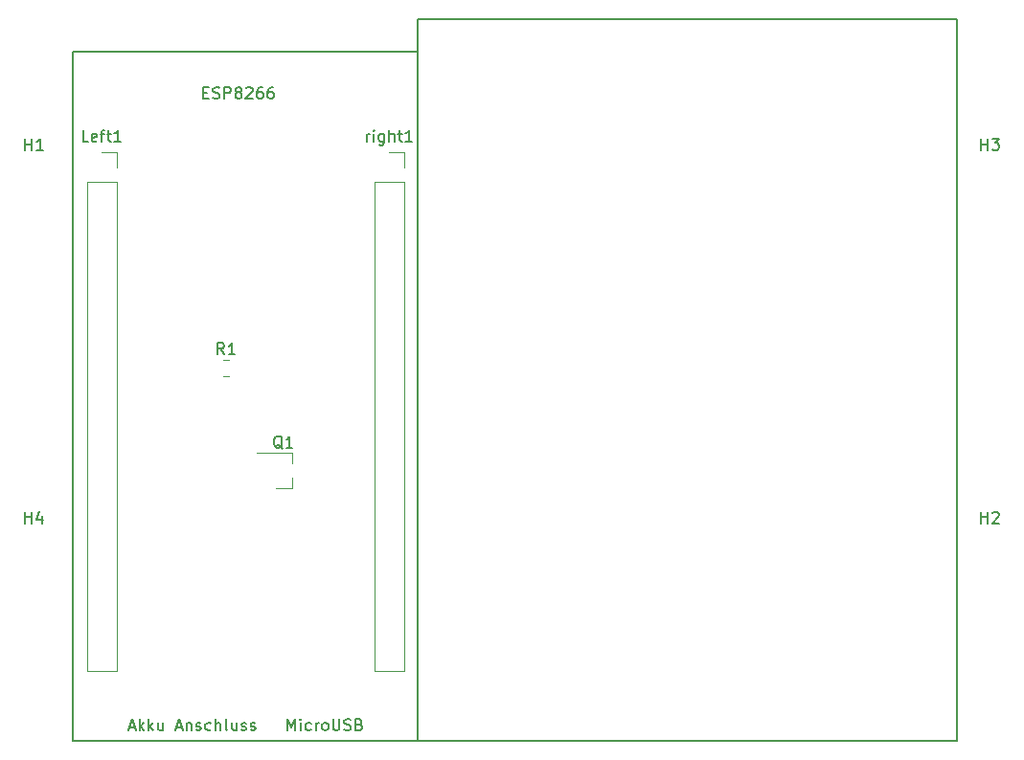
<source format=gbr>
G04 #@! TF.GenerationSoftware,KiCad,Pcbnew,(5.1.5)-3*
G04 #@! TF.CreationDate,2020-06-17T14:59:32+02:00*
G04 #@! TF.ProjectId,Tuerschild,54756572-7363-4686-996c-642e6b696361,rev?*
G04 #@! TF.SameCoordinates,Original*
G04 #@! TF.FileFunction,Legend,Top*
G04 #@! TF.FilePolarity,Positive*
%FSLAX46Y46*%
G04 Gerber Fmt 4.6, Leading zero omitted, Abs format (unit mm)*
G04 Created by KiCad (PCBNEW (5.1.5)-3) date 2020-06-17 14:59:32*
%MOMM*%
%LPD*%
G04 APERTURE LIST*
%ADD10C,0.150000*%
%ADD11C,0.120000*%
G04 APERTURE END LIST*
D10*
X195580000Y-125095000D02*
X195580000Y-125476000D01*
X117475000Y-125349000D02*
X117475000Y-125730000D01*
X147955000Y-125349000D02*
X147955000Y-125730000D01*
X147955000Y-61849000D02*
X147955000Y-64770000D01*
X195580000Y-61849000D02*
X195580000Y-64897000D01*
X195580000Y-125730000D02*
X195580000Y-125476000D01*
X195580000Y-125730000D02*
X147955000Y-125730000D01*
X195580000Y-64770000D02*
X195580000Y-125095000D01*
X147955000Y-61849000D02*
X195580000Y-61849000D01*
X122444571Y-124499666D02*
X122920761Y-124499666D01*
X122349333Y-124785380D02*
X122682666Y-123785380D01*
X123016000Y-124785380D01*
X123349333Y-124785380D02*
X123349333Y-123785380D01*
X123444571Y-124404428D02*
X123730285Y-124785380D01*
X123730285Y-124118714D02*
X123349333Y-124499666D01*
X124158857Y-124785380D02*
X124158857Y-123785380D01*
X124254095Y-124404428D02*
X124539809Y-124785380D01*
X124539809Y-124118714D02*
X124158857Y-124499666D01*
X125396952Y-124118714D02*
X125396952Y-124785380D01*
X124968380Y-124118714D02*
X124968380Y-124642523D01*
X125016000Y-124737761D01*
X125111238Y-124785380D01*
X125254095Y-124785380D01*
X125349333Y-124737761D01*
X125396952Y-124690142D01*
X126587428Y-124499666D02*
X127063619Y-124499666D01*
X126492190Y-124785380D02*
X126825523Y-123785380D01*
X127158857Y-124785380D01*
X127492190Y-124118714D02*
X127492190Y-124785380D01*
X127492190Y-124213952D02*
X127539809Y-124166333D01*
X127635047Y-124118714D01*
X127777904Y-124118714D01*
X127873142Y-124166333D01*
X127920761Y-124261571D01*
X127920761Y-124785380D01*
X128349333Y-124737761D02*
X128444571Y-124785380D01*
X128635047Y-124785380D01*
X128730285Y-124737761D01*
X128777904Y-124642523D01*
X128777904Y-124594904D01*
X128730285Y-124499666D01*
X128635047Y-124452047D01*
X128492190Y-124452047D01*
X128396952Y-124404428D01*
X128349333Y-124309190D01*
X128349333Y-124261571D01*
X128396952Y-124166333D01*
X128492190Y-124118714D01*
X128635047Y-124118714D01*
X128730285Y-124166333D01*
X129635047Y-124737761D02*
X129539809Y-124785380D01*
X129349333Y-124785380D01*
X129254095Y-124737761D01*
X129206476Y-124690142D01*
X129158857Y-124594904D01*
X129158857Y-124309190D01*
X129206476Y-124213952D01*
X129254095Y-124166333D01*
X129349333Y-124118714D01*
X129539809Y-124118714D01*
X129635047Y-124166333D01*
X130063619Y-124785380D02*
X130063619Y-123785380D01*
X130492190Y-124785380D02*
X130492190Y-124261571D01*
X130444571Y-124166333D01*
X130349333Y-124118714D01*
X130206476Y-124118714D01*
X130111238Y-124166333D01*
X130063619Y-124213952D01*
X131111238Y-124785380D02*
X131016000Y-124737761D01*
X130968380Y-124642523D01*
X130968380Y-123785380D01*
X131920761Y-124118714D02*
X131920761Y-124785380D01*
X131492190Y-124118714D02*
X131492190Y-124642523D01*
X131539809Y-124737761D01*
X131635047Y-124785380D01*
X131777904Y-124785380D01*
X131873142Y-124737761D01*
X131920761Y-124690142D01*
X132349333Y-124737761D02*
X132444571Y-124785380D01*
X132635047Y-124785380D01*
X132730285Y-124737761D01*
X132777904Y-124642523D01*
X132777904Y-124594904D01*
X132730285Y-124499666D01*
X132635047Y-124452047D01*
X132492190Y-124452047D01*
X132396952Y-124404428D01*
X132349333Y-124309190D01*
X132349333Y-124261571D01*
X132396952Y-124166333D01*
X132492190Y-124118714D01*
X132635047Y-124118714D01*
X132730285Y-124166333D01*
X133158857Y-124737761D02*
X133254095Y-124785380D01*
X133444571Y-124785380D01*
X133539809Y-124737761D01*
X133587428Y-124642523D01*
X133587428Y-124594904D01*
X133539809Y-124499666D01*
X133444571Y-124452047D01*
X133301714Y-124452047D01*
X133206476Y-124404428D01*
X133158857Y-124309190D01*
X133158857Y-124261571D01*
X133206476Y-124166333D01*
X133301714Y-124118714D01*
X133444571Y-124118714D01*
X133539809Y-124166333D01*
X136438095Y-124785380D02*
X136438095Y-123785380D01*
X136771428Y-124499666D01*
X137104761Y-123785380D01*
X137104761Y-124785380D01*
X137580952Y-124785380D02*
X137580952Y-124118714D01*
X137580952Y-123785380D02*
X137533333Y-123833000D01*
X137580952Y-123880619D01*
X137628571Y-123833000D01*
X137580952Y-123785380D01*
X137580952Y-123880619D01*
X138485714Y-124737761D02*
X138390476Y-124785380D01*
X138200000Y-124785380D01*
X138104761Y-124737761D01*
X138057142Y-124690142D01*
X138009523Y-124594904D01*
X138009523Y-124309190D01*
X138057142Y-124213952D01*
X138104761Y-124166333D01*
X138200000Y-124118714D01*
X138390476Y-124118714D01*
X138485714Y-124166333D01*
X138914285Y-124785380D02*
X138914285Y-124118714D01*
X138914285Y-124309190D02*
X138961904Y-124213952D01*
X139009523Y-124166333D01*
X139104761Y-124118714D01*
X139200000Y-124118714D01*
X139676190Y-124785380D02*
X139580952Y-124737761D01*
X139533333Y-124690142D01*
X139485714Y-124594904D01*
X139485714Y-124309190D01*
X139533333Y-124213952D01*
X139580952Y-124166333D01*
X139676190Y-124118714D01*
X139819047Y-124118714D01*
X139914285Y-124166333D01*
X139961904Y-124213952D01*
X140009523Y-124309190D01*
X140009523Y-124594904D01*
X139961904Y-124690142D01*
X139914285Y-124737761D01*
X139819047Y-124785380D01*
X139676190Y-124785380D01*
X140438095Y-123785380D02*
X140438095Y-124594904D01*
X140485714Y-124690142D01*
X140533333Y-124737761D01*
X140628571Y-124785380D01*
X140819047Y-124785380D01*
X140914285Y-124737761D01*
X140961904Y-124690142D01*
X141009523Y-124594904D01*
X141009523Y-123785380D01*
X141438095Y-124737761D02*
X141580952Y-124785380D01*
X141819047Y-124785380D01*
X141914285Y-124737761D01*
X141961904Y-124690142D01*
X142009523Y-124594904D01*
X142009523Y-124499666D01*
X141961904Y-124404428D01*
X141914285Y-124356809D01*
X141819047Y-124309190D01*
X141628571Y-124261571D01*
X141533333Y-124213952D01*
X141485714Y-124166333D01*
X141438095Y-124071095D01*
X141438095Y-123975857D01*
X141485714Y-123880619D01*
X141533333Y-123833000D01*
X141628571Y-123785380D01*
X141866666Y-123785380D01*
X142009523Y-123833000D01*
X142771428Y-124261571D02*
X142914285Y-124309190D01*
X142961904Y-124356809D01*
X143009523Y-124452047D01*
X143009523Y-124594904D01*
X142961904Y-124690142D01*
X142914285Y-124737761D01*
X142819047Y-124785380D01*
X142438095Y-124785380D01*
X142438095Y-123785380D01*
X142771428Y-123785380D01*
X142866666Y-123833000D01*
X142914285Y-123880619D01*
X142961904Y-123975857D01*
X142961904Y-124071095D01*
X142914285Y-124166333D01*
X142866666Y-124213952D01*
X142771428Y-124261571D01*
X142438095Y-124261571D01*
X128984761Y-68381571D02*
X129318095Y-68381571D01*
X129460952Y-68905380D02*
X128984761Y-68905380D01*
X128984761Y-67905380D01*
X129460952Y-67905380D01*
X129841904Y-68857761D02*
X129984761Y-68905380D01*
X130222857Y-68905380D01*
X130318095Y-68857761D01*
X130365714Y-68810142D01*
X130413333Y-68714904D01*
X130413333Y-68619666D01*
X130365714Y-68524428D01*
X130318095Y-68476809D01*
X130222857Y-68429190D01*
X130032380Y-68381571D01*
X129937142Y-68333952D01*
X129889523Y-68286333D01*
X129841904Y-68191095D01*
X129841904Y-68095857D01*
X129889523Y-68000619D01*
X129937142Y-67953000D01*
X130032380Y-67905380D01*
X130270476Y-67905380D01*
X130413333Y-67953000D01*
X130841904Y-68905380D02*
X130841904Y-67905380D01*
X131222857Y-67905380D01*
X131318095Y-67953000D01*
X131365714Y-68000619D01*
X131413333Y-68095857D01*
X131413333Y-68238714D01*
X131365714Y-68333952D01*
X131318095Y-68381571D01*
X131222857Y-68429190D01*
X130841904Y-68429190D01*
X131984761Y-68333952D02*
X131889523Y-68286333D01*
X131841904Y-68238714D01*
X131794285Y-68143476D01*
X131794285Y-68095857D01*
X131841904Y-68000619D01*
X131889523Y-67953000D01*
X131984761Y-67905380D01*
X132175238Y-67905380D01*
X132270476Y-67953000D01*
X132318095Y-68000619D01*
X132365714Y-68095857D01*
X132365714Y-68143476D01*
X132318095Y-68238714D01*
X132270476Y-68286333D01*
X132175238Y-68333952D01*
X131984761Y-68333952D01*
X131889523Y-68381571D01*
X131841904Y-68429190D01*
X131794285Y-68524428D01*
X131794285Y-68714904D01*
X131841904Y-68810142D01*
X131889523Y-68857761D01*
X131984761Y-68905380D01*
X132175238Y-68905380D01*
X132270476Y-68857761D01*
X132318095Y-68810142D01*
X132365714Y-68714904D01*
X132365714Y-68524428D01*
X132318095Y-68429190D01*
X132270476Y-68381571D01*
X132175238Y-68333952D01*
X132746666Y-68000619D02*
X132794285Y-67953000D01*
X132889523Y-67905380D01*
X133127619Y-67905380D01*
X133222857Y-67953000D01*
X133270476Y-68000619D01*
X133318095Y-68095857D01*
X133318095Y-68191095D01*
X133270476Y-68333952D01*
X132699047Y-68905380D01*
X133318095Y-68905380D01*
X134175238Y-67905380D02*
X133984761Y-67905380D01*
X133889523Y-67953000D01*
X133841904Y-68000619D01*
X133746666Y-68143476D01*
X133699047Y-68333952D01*
X133699047Y-68714904D01*
X133746666Y-68810142D01*
X133794285Y-68857761D01*
X133889523Y-68905380D01*
X134080000Y-68905380D01*
X134175238Y-68857761D01*
X134222857Y-68810142D01*
X134270476Y-68714904D01*
X134270476Y-68476809D01*
X134222857Y-68381571D01*
X134175238Y-68333952D01*
X134080000Y-68286333D01*
X133889523Y-68286333D01*
X133794285Y-68333952D01*
X133746666Y-68381571D01*
X133699047Y-68476809D01*
X135127619Y-67905380D02*
X134937142Y-67905380D01*
X134841904Y-67953000D01*
X134794285Y-68000619D01*
X134699047Y-68143476D01*
X134651428Y-68333952D01*
X134651428Y-68714904D01*
X134699047Y-68810142D01*
X134746666Y-68857761D01*
X134841904Y-68905380D01*
X135032380Y-68905380D01*
X135127619Y-68857761D01*
X135175238Y-68810142D01*
X135222857Y-68714904D01*
X135222857Y-68476809D01*
X135175238Y-68381571D01*
X135127619Y-68333952D01*
X135032380Y-68286333D01*
X134841904Y-68286333D01*
X134746666Y-68333952D01*
X134699047Y-68381571D01*
X134651428Y-68476809D01*
X147955000Y-64770000D02*
X117475000Y-64770000D01*
X147955000Y-125349000D02*
X147955000Y-64770000D01*
X147955000Y-125730000D02*
X117475000Y-125730000D01*
X117475000Y-64770000D02*
X117475000Y-125349000D01*
D11*
X120000000Y-73670000D02*
X121330000Y-73670000D01*
X121330000Y-73670000D02*
X121330000Y-75000000D01*
X121330000Y-76270000D02*
X121330000Y-119510000D01*
X118670000Y-119510000D02*
X121330000Y-119510000D01*
X118670000Y-76270000D02*
X118670000Y-119510000D01*
X118670000Y-76270000D02*
X121330000Y-76270000D01*
X136820000Y-103395000D02*
X136820000Y-102465000D01*
X136820000Y-100235000D02*
X136820000Y-101165000D01*
X136820000Y-100235000D02*
X133660000Y-100235000D01*
X136820000Y-103395000D02*
X135360000Y-103395000D01*
X130728748Y-92005000D02*
X131251252Y-92005000D01*
X130728748Y-93425000D02*
X131251252Y-93425000D01*
X145400000Y-73670000D02*
X146730000Y-73670000D01*
X146730000Y-73670000D02*
X146730000Y-75000000D01*
X146730000Y-76270000D02*
X146730000Y-119510000D01*
X144070000Y-119510000D02*
X146730000Y-119510000D01*
X144070000Y-76270000D02*
X144070000Y-119510000D01*
X144070000Y-76270000D02*
X146730000Y-76270000D01*
D10*
X113238095Y-73452380D02*
X113238095Y-72452380D01*
X113238095Y-72928571D02*
X113809523Y-72928571D01*
X113809523Y-73452380D02*
X113809523Y-72452380D01*
X114809523Y-73452380D02*
X114238095Y-73452380D01*
X114523809Y-73452380D02*
X114523809Y-72452380D01*
X114428571Y-72595238D01*
X114333333Y-72690476D01*
X114238095Y-72738095D01*
X197738095Y-106452380D02*
X197738095Y-105452380D01*
X197738095Y-105928571D02*
X198309523Y-105928571D01*
X198309523Y-106452380D02*
X198309523Y-105452380D01*
X198738095Y-105547619D02*
X198785714Y-105500000D01*
X198880952Y-105452380D01*
X199119047Y-105452380D01*
X199214285Y-105500000D01*
X199261904Y-105547619D01*
X199309523Y-105642857D01*
X199309523Y-105738095D01*
X199261904Y-105880952D01*
X198690476Y-106452380D01*
X199309523Y-106452380D01*
X197738095Y-73452380D02*
X197738095Y-72452380D01*
X197738095Y-72928571D02*
X198309523Y-72928571D01*
X198309523Y-73452380D02*
X198309523Y-72452380D01*
X198690476Y-72452380D02*
X199309523Y-72452380D01*
X198976190Y-72833333D01*
X199119047Y-72833333D01*
X199214285Y-72880952D01*
X199261904Y-72928571D01*
X199309523Y-73023809D01*
X199309523Y-73261904D01*
X199261904Y-73357142D01*
X199214285Y-73404761D01*
X199119047Y-73452380D01*
X198833333Y-73452380D01*
X198738095Y-73404761D01*
X198690476Y-73357142D01*
X113238095Y-106452380D02*
X113238095Y-105452380D01*
X113238095Y-105928571D02*
X113809523Y-105928571D01*
X113809523Y-106452380D02*
X113809523Y-105452380D01*
X114714285Y-105785714D02*
X114714285Y-106452380D01*
X114476190Y-105404761D02*
X114238095Y-106119047D01*
X114857142Y-106119047D01*
X118833333Y-72682380D02*
X118357142Y-72682380D01*
X118357142Y-71682380D01*
X119547619Y-72634761D02*
X119452380Y-72682380D01*
X119261904Y-72682380D01*
X119166666Y-72634761D01*
X119119047Y-72539523D01*
X119119047Y-72158571D01*
X119166666Y-72063333D01*
X119261904Y-72015714D01*
X119452380Y-72015714D01*
X119547619Y-72063333D01*
X119595238Y-72158571D01*
X119595238Y-72253809D01*
X119119047Y-72349047D01*
X119880952Y-72015714D02*
X120261904Y-72015714D01*
X120023809Y-72682380D02*
X120023809Y-71825238D01*
X120071428Y-71730000D01*
X120166666Y-71682380D01*
X120261904Y-71682380D01*
X120452380Y-72015714D02*
X120833333Y-72015714D01*
X120595238Y-71682380D02*
X120595238Y-72539523D01*
X120642857Y-72634761D01*
X120738095Y-72682380D01*
X120833333Y-72682380D01*
X121690476Y-72682380D02*
X121119047Y-72682380D01*
X121404761Y-72682380D02*
X121404761Y-71682380D01*
X121309523Y-71825238D01*
X121214285Y-71920476D01*
X121119047Y-71968095D01*
X135964761Y-99862619D02*
X135869523Y-99815000D01*
X135774285Y-99719761D01*
X135631428Y-99576904D01*
X135536190Y-99529285D01*
X135440952Y-99529285D01*
X135488571Y-99767380D02*
X135393333Y-99719761D01*
X135298095Y-99624523D01*
X135250476Y-99434047D01*
X135250476Y-99100714D01*
X135298095Y-98910238D01*
X135393333Y-98815000D01*
X135488571Y-98767380D01*
X135679047Y-98767380D01*
X135774285Y-98815000D01*
X135869523Y-98910238D01*
X135917142Y-99100714D01*
X135917142Y-99434047D01*
X135869523Y-99624523D01*
X135774285Y-99719761D01*
X135679047Y-99767380D01*
X135488571Y-99767380D01*
X136869523Y-99767380D02*
X136298095Y-99767380D01*
X136583809Y-99767380D02*
X136583809Y-98767380D01*
X136488571Y-98910238D01*
X136393333Y-99005476D01*
X136298095Y-99053095D01*
X130823333Y-91517380D02*
X130490000Y-91041190D01*
X130251904Y-91517380D02*
X130251904Y-90517380D01*
X130632857Y-90517380D01*
X130728095Y-90565000D01*
X130775714Y-90612619D01*
X130823333Y-90707857D01*
X130823333Y-90850714D01*
X130775714Y-90945952D01*
X130728095Y-90993571D01*
X130632857Y-91041190D01*
X130251904Y-91041190D01*
X131775714Y-91517380D02*
X131204285Y-91517380D01*
X131490000Y-91517380D02*
X131490000Y-90517380D01*
X131394761Y-90660238D01*
X131299523Y-90755476D01*
X131204285Y-90803095D01*
X143423809Y-72682380D02*
X143423809Y-72015714D01*
X143423809Y-72206190D02*
X143471428Y-72110952D01*
X143519047Y-72063333D01*
X143614285Y-72015714D01*
X143709523Y-72015714D01*
X144042857Y-72682380D02*
X144042857Y-72015714D01*
X144042857Y-71682380D02*
X143995238Y-71730000D01*
X144042857Y-71777619D01*
X144090476Y-71730000D01*
X144042857Y-71682380D01*
X144042857Y-71777619D01*
X144947619Y-72015714D02*
X144947619Y-72825238D01*
X144900000Y-72920476D01*
X144852380Y-72968095D01*
X144757142Y-73015714D01*
X144614285Y-73015714D01*
X144519047Y-72968095D01*
X144947619Y-72634761D02*
X144852380Y-72682380D01*
X144661904Y-72682380D01*
X144566666Y-72634761D01*
X144519047Y-72587142D01*
X144471428Y-72491904D01*
X144471428Y-72206190D01*
X144519047Y-72110952D01*
X144566666Y-72063333D01*
X144661904Y-72015714D01*
X144852380Y-72015714D01*
X144947619Y-72063333D01*
X145423809Y-72682380D02*
X145423809Y-71682380D01*
X145852380Y-72682380D02*
X145852380Y-72158571D01*
X145804761Y-72063333D01*
X145709523Y-72015714D01*
X145566666Y-72015714D01*
X145471428Y-72063333D01*
X145423809Y-72110952D01*
X146185714Y-72015714D02*
X146566666Y-72015714D01*
X146328571Y-71682380D02*
X146328571Y-72539523D01*
X146376190Y-72634761D01*
X146471428Y-72682380D01*
X146566666Y-72682380D01*
X147423809Y-72682380D02*
X146852380Y-72682380D01*
X147138095Y-72682380D02*
X147138095Y-71682380D01*
X147042857Y-71825238D01*
X146947619Y-71920476D01*
X146852380Y-71968095D01*
M02*

</source>
